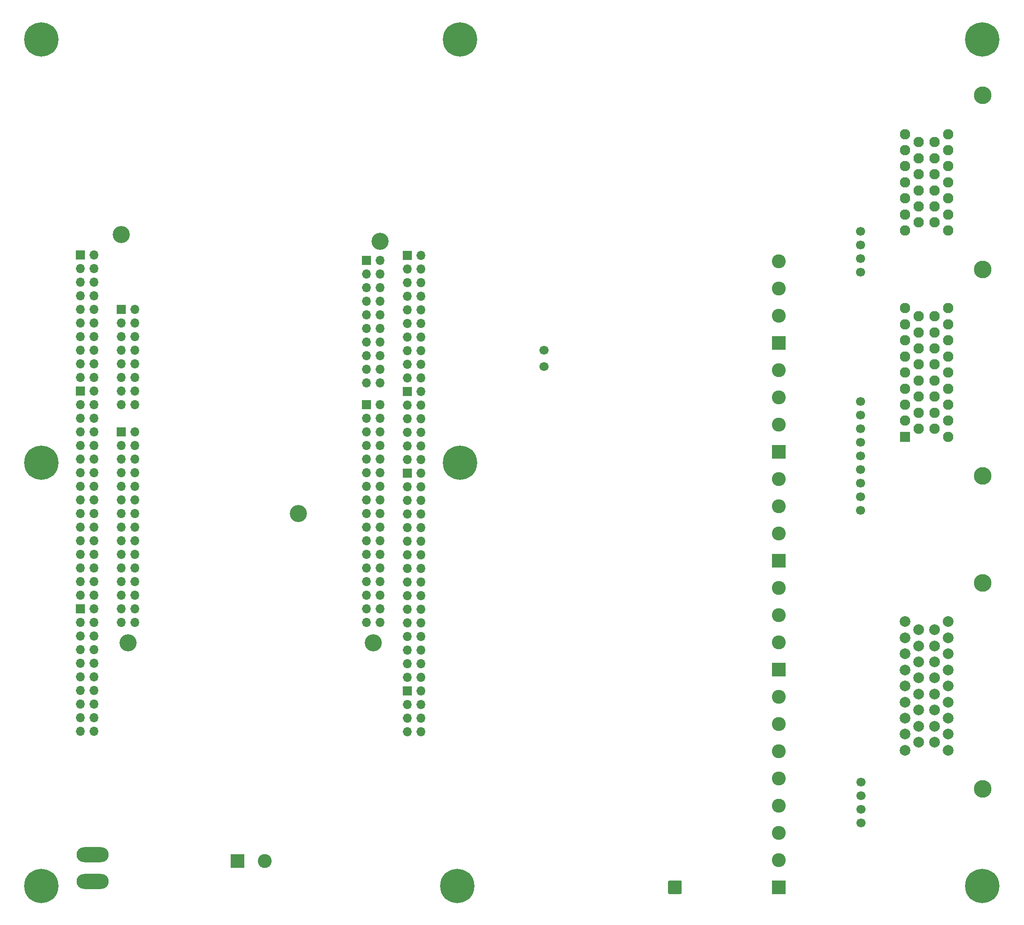
<source format=gbs>
G04 #@! TF.GenerationSoftware,KiCad,Pcbnew,8.0.6-8.0.6-0~ubuntu22.04.1*
G04 #@! TF.CreationDate,2024-11-12T16:27:22+00:00*
G04 #@! TF.ProjectId,digital_inputs,64696769-7461-46c5-9f69-6e707574732e,D*
G04 #@! TF.SameCoordinates,PX791ddc0PYca2dd00*
G04 #@! TF.FileFunction,Soldermask,Bot*
G04 #@! TF.FilePolarity,Negative*
%FSLAX46Y46*%
G04 Gerber Fmt 4.6, Leading zero omitted, Abs format (unit mm)*
G04 Created by KiCad (PCBNEW 8.0.6-8.0.6-0~ubuntu22.04.1) date 2024-11-12 16:27:22*
%MOMM*%
%LPD*%
G01*
G04 APERTURE LIST*
%ADD10C,0.800000*%
%ADD11C,6.400000*%
%ADD12C,3.300000*%
%ADD13R,1.950000X1.950000*%
%ADD14C,1.950000*%
%ADD15R,1.700000X1.700000*%
%ADD16O,1.700000X1.700000*%
%ADD17R,2.600000X2.600000*%
%ADD18C,2.600000*%
%ADD19C,1.700000*%
%ADD20C,3.200000*%
%ADD21O,6.000000X2.800000*%
%ADD22C,2.000000*%
G04 APERTURE END LIST*
D10*
G04 #@! TO.C,J12*
X78600000Y3500000D03*
X79302944Y5197056D03*
X79302944Y1802944D03*
X81000000Y5900000D03*
D11*
X81000000Y3500000D03*
D10*
X81000000Y1100000D03*
X82697056Y5197056D03*
X82697056Y1802944D03*
X83400000Y3500000D03*
G04 #@! TD*
D12*
G04 #@! TO.C,J19*
X179000000Y151050000D03*
X179000000Y118550000D03*
X179000000Y80050000D03*
D13*
X164500000Y87300000D03*
D14*
X164500000Y90300000D03*
X164500000Y93300000D03*
X164500000Y96300000D03*
X164500000Y99300000D03*
X164500000Y102300000D03*
X164500000Y105300000D03*
X164500000Y108300000D03*
X164500000Y111300000D03*
X167000000Y88800000D03*
X167000000Y91800000D03*
X167000000Y94800000D03*
X167000000Y97800000D03*
X167000000Y100800000D03*
X167000000Y103800000D03*
X167000000Y106800000D03*
X167000000Y109800000D03*
X170000000Y88800000D03*
X170000000Y91800000D03*
X170000000Y94800000D03*
X170000000Y97800000D03*
X170000000Y100800000D03*
X170000000Y103800000D03*
X170000000Y106800000D03*
X170000000Y109800000D03*
X172500000Y87300000D03*
X172500000Y90300000D03*
X172500000Y93300000D03*
X172500000Y96300000D03*
X172500000Y99300000D03*
X172500000Y102300000D03*
X172500000Y105300000D03*
X172500000Y108300000D03*
X172500000Y111300000D03*
X164500000Y125800000D03*
X164500000Y128800000D03*
X164500000Y131800000D03*
X164500000Y134800000D03*
X164500000Y137800000D03*
X164500000Y140800000D03*
X164500000Y143800000D03*
X167000000Y127300000D03*
X167000000Y130300000D03*
X167000000Y133300000D03*
X167000000Y136300000D03*
X167000000Y139300000D03*
X167000000Y142300000D03*
X170000000Y127300000D03*
X170000000Y130300000D03*
X170000000Y133300000D03*
X170000000Y136300000D03*
X170000000Y139300000D03*
X170000000Y142300000D03*
X172500000Y125800000D03*
X172500000Y128800000D03*
X172500000Y131800000D03*
X172500000Y134800000D03*
X172500000Y137800000D03*
X172500000Y140800000D03*
X172500000Y143800000D03*
G04 #@! TD*
D15*
G04 #@! TO.C,J23*
X64090000Y120184000D03*
D16*
X66630000Y120184000D03*
X64090000Y117644000D03*
X66630000Y117644000D03*
X64090000Y115104000D03*
X66630000Y115104000D03*
X64090000Y112564000D03*
X66630000Y112564000D03*
X64090000Y110024000D03*
X66630000Y110024000D03*
X64090000Y107484000D03*
X66630000Y107484000D03*
X64090000Y104944000D03*
X66630000Y104944000D03*
X64090000Y102404000D03*
X66630000Y102404000D03*
X64090000Y99864000D03*
X66630000Y99864000D03*
X64090000Y97324000D03*
X66630000Y97324000D03*
G04 #@! TD*
D17*
G04 #@! TO.C,J6*
X140925000Y64180000D03*
D18*
X140925000Y69260000D03*
X140925000Y74340000D03*
X140925000Y79420000D03*
G04 #@! TD*
D19*
G04 #@! TO.C,P19*
X97200000Y100400000D03*
G04 #@! TD*
D20*
G04 #@! TO.C,H2*
X66630000Y123740000D03*
G04 #@! TD*
D21*
G04 #@! TO.C,CB1*
X13000000Y4300000D03*
X13000000Y9300000D03*
G04 #@! TD*
D17*
G04 #@! TO.C,J5*
X40005000Y8165000D03*
D18*
X45085000Y8165000D03*
G04 #@! TD*
D19*
G04 #@! TO.C,P12*
X156210000Y125640000D03*
G04 #@! TD*
G04 #@! TO.C,P18*
X97200000Y103500000D03*
G04 #@! TD*
G04 #@! TO.C,P2*
X156210000Y91350000D03*
G04 #@! TD*
D15*
G04 #@! TO.C,J22*
X18370000Y88180000D03*
D16*
X20910000Y88180000D03*
X18370000Y85640000D03*
X20910000Y85640000D03*
X18370000Y83100000D03*
X20910000Y83100000D03*
X18370000Y80560000D03*
X20910000Y80560000D03*
X18370000Y78020000D03*
X20910000Y78020000D03*
X18370000Y75480000D03*
X20910000Y75480000D03*
X18370000Y72940000D03*
X20910000Y72940000D03*
X18370000Y70400000D03*
X20910000Y70400000D03*
X18370000Y67860000D03*
X20910000Y67860000D03*
X18370000Y65320000D03*
X20910000Y65320000D03*
X18370000Y62780000D03*
X20910000Y62780000D03*
X18370000Y60240000D03*
X20910000Y60240000D03*
X18370000Y57700000D03*
X20910000Y57700000D03*
X18370000Y55160000D03*
X20910000Y55160000D03*
X18370000Y52620000D03*
X20910000Y52620000D03*
G04 #@! TD*
D19*
G04 #@! TO.C,P8*
X156210000Y81190000D03*
G04 #@! TD*
G04 #@! TO.C,P10*
X156210000Y76110000D03*
G04 #@! TD*
D15*
G04 #@! TO.C,J27*
X71710000Y80540000D03*
D16*
X74250000Y80540000D03*
X71710000Y78000000D03*
X74250000Y78000000D03*
X71710000Y75460000D03*
X74250000Y75460000D03*
X71710000Y72920000D03*
X74250000Y72920000D03*
X71710000Y70380000D03*
X74250000Y70380000D03*
X71710000Y67840000D03*
X74250000Y67840000D03*
X71710000Y65300000D03*
X74250000Y65300000D03*
X71710000Y62760000D03*
X74250000Y62760000D03*
X71710000Y60220000D03*
X74250000Y60220000D03*
X71710000Y57680000D03*
X74250000Y57680000D03*
X71710000Y55140000D03*
X74250000Y55140000D03*
X71710000Y52600000D03*
X74250000Y52600000D03*
X71710000Y50060000D03*
X74250000Y50060000D03*
X71710000Y47520000D03*
X74250000Y47520000D03*
X71710000Y44980000D03*
X74250000Y44980000D03*
X71710000Y42440000D03*
X74250000Y42440000D03*
G04 #@! TD*
D20*
G04 #@! TO.C,H5*
X65360000Y48810000D03*
G04 #@! TD*
D10*
G04 #@! TO.C,J10*
X79100000Y82500000D03*
X79802944Y84197056D03*
X79802944Y80802944D03*
X81500000Y84900000D03*
D11*
X81500000Y82500000D03*
D10*
X81500000Y80100000D03*
X83197056Y84197056D03*
X83197056Y80802944D03*
X83900000Y82500000D03*
G04 #@! TD*
D15*
G04 #@! TO.C,J21*
X18370000Y111040000D03*
D16*
X20910000Y111040000D03*
X18370000Y108500000D03*
X20910000Y108500000D03*
X18370000Y105960000D03*
X20910000Y105960000D03*
X18370000Y103420000D03*
X20910000Y103420000D03*
X18370000Y100880000D03*
X20910000Y100880000D03*
X18370000Y98340000D03*
X20910000Y98340000D03*
X18370000Y95800000D03*
X20910000Y95800000D03*
X18370000Y93260000D03*
X20910000Y93260000D03*
G04 #@! TD*
D17*
G04 #@! TO.C,J7*
X140925000Y84500000D03*
D18*
X140925000Y89580000D03*
X140925000Y94660000D03*
X140925000Y99740000D03*
G04 #@! TD*
D17*
G04 #@! TO.C,J8*
X140925000Y104820000D03*
D18*
X140925000Y109900000D03*
X140925000Y114980000D03*
X140925000Y120060000D03*
G04 #@! TD*
D17*
G04 #@! TO.C,J3*
X140925000Y3220000D03*
D18*
X140925000Y8300000D03*
X140925000Y13380000D03*
X140925000Y18460000D03*
X140925000Y23540000D03*
X140925000Y28620000D03*
X140925000Y33700000D03*
X140925000Y38780000D03*
G04 #@! TD*
D10*
G04 #@! TO.C,J16*
X176514214Y3500000D03*
X177217158Y5197056D03*
X177217158Y1802944D03*
X178914214Y5900000D03*
D11*
X178914214Y3500000D03*
D10*
X178914214Y1100000D03*
X180611270Y5197056D03*
X180611270Y1802944D03*
X181314214Y3500000D03*
G04 #@! TD*
D19*
G04 #@! TO.C,P13*
X156210000Y120560000D03*
G04 #@! TD*
G04 #@! TO.C,P11*
X156210000Y73570000D03*
G04 #@! TD*
D10*
G04 #@! TO.C,J11*
X176514214Y161500000D03*
X177217158Y163197056D03*
X177217158Y159802944D03*
X178914214Y163900000D03*
D11*
X178914214Y161500000D03*
D10*
X178914214Y159100000D03*
X180611270Y163197056D03*
X180611270Y159802944D03*
X181314214Y161500000D03*
G04 #@! TD*
D19*
G04 #@! TO.C,P9*
X156210000Y78650000D03*
G04 #@! TD*
D15*
G04 #@! TO.C,J29*
X10750000Y55160000D03*
D16*
X13290000Y55160000D03*
X10750000Y52620000D03*
X13290000Y52620000D03*
X10750000Y50080000D03*
X13290000Y50080000D03*
X10750000Y47540000D03*
X13290000Y47540000D03*
X10750000Y45000000D03*
X13290000Y45000000D03*
X10750000Y42460000D03*
X13290000Y42460000D03*
X10750000Y39920000D03*
X13290000Y39920000D03*
X10750000Y37380000D03*
X13290000Y37380000D03*
X10750000Y34840000D03*
X13290000Y34840000D03*
X10750000Y32300000D03*
X13290000Y32300000D03*
G04 #@! TD*
D19*
G04 #@! TO.C,P1*
X156210000Y88810000D03*
G04 #@! TD*
G04 #@! TO.C,P15*
X156250000Y20320000D03*
G04 #@! TD*
D10*
G04 #@! TO.C,J13*
X1100000Y161500000D03*
X1802944Y163197056D03*
X1802944Y159802944D03*
X3500000Y163900000D03*
D11*
X3500000Y161500000D03*
D10*
X3500000Y159100000D03*
X5197056Y163197056D03*
X5197056Y159802944D03*
X5900000Y161500000D03*
G04 #@! TD*
D19*
G04 #@! TO.C,P3*
X156210000Y93890000D03*
G04 #@! TD*
G04 #@! TO.C,P16*
X156250000Y17780000D03*
G04 #@! TD*
D10*
G04 #@! TO.C,J14*
X79100000Y161500000D03*
X79802944Y163197056D03*
X79802944Y159802944D03*
X81500000Y163900000D03*
D11*
X81500000Y161500000D03*
D10*
X81500000Y159100000D03*
X83197056Y163197056D03*
X83197056Y159802944D03*
X83900000Y161500000D03*
G04 #@! TD*
D15*
G04 #@! TO.C,J25*
X71710000Y121180000D03*
D16*
X74250000Y121180000D03*
X71710000Y118640000D03*
X74250000Y118640000D03*
X71710000Y116100000D03*
X74250000Y116100000D03*
X71710000Y113560000D03*
X74250000Y113560000D03*
X71710000Y111020000D03*
X74250000Y111020000D03*
X71710000Y108480000D03*
X74250000Y108480000D03*
X71710000Y105940000D03*
X74250000Y105940000D03*
X71710000Y103400000D03*
X74250000Y103400000D03*
X71710000Y100860000D03*
X74250000Y100860000D03*
X71710000Y98320000D03*
X74250000Y98320000D03*
G04 #@! TD*
D20*
G04 #@! TO.C,H3*
X51390000Y72940000D03*
G04 #@! TD*
D15*
G04 #@! TO.C,J30*
X10750000Y95800000D03*
D16*
X13290000Y95800000D03*
X10750000Y93260000D03*
X13290000Y93260000D03*
X10750000Y90720000D03*
X13290000Y90720000D03*
X10750000Y88180000D03*
X13290000Y88180000D03*
X10750000Y85640000D03*
X13290000Y85640000D03*
X10750000Y83100000D03*
X13290000Y83100000D03*
X10750000Y80560000D03*
X13290000Y80560000D03*
X10750000Y78020000D03*
X13290000Y78020000D03*
X10750000Y75480000D03*
X13290000Y75480000D03*
X10750000Y72940000D03*
X13290000Y72940000D03*
X10750000Y70400000D03*
X13290000Y70400000D03*
X10750000Y67860000D03*
X13290000Y67860000D03*
X10750000Y65320000D03*
X13290000Y65320000D03*
X10750000Y62780000D03*
X13290000Y62780000D03*
X10750000Y60240000D03*
X13290000Y60240000D03*
X10750000Y57700000D03*
X13290000Y57700000D03*
G04 #@! TD*
D19*
G04 #@! TO.C,P17*
X156250000Y15240000D03*
G04 #@! TD*
G04 #@! TO.C,J4*
G36*
G01*
X120305000Y2194999D02*
X120305000Y4245001D01*
G75*
G02*
X120554999Y4495000I249999J0D01*
G01*
X122605001Y4495000D01*
G75*
G02*
X122855000Y4245001I0J-249999D01*
G01*
X122855000Y2194999D01*
G75*
G02*
X122605001Y1945000I-249999J0D01*
G01*
X120554999Y1945000D01*
G75*
G02*
X120305000Y2194999I0J249999D01*
G01*
G37*
G04 #@! TD*
D15*
G04 #@! TO.C,J20*
X10750000Y121200000D03*
D16*
X13290000Y121200000D03*
X10750000Y118660000D03*
X13290000Y118660000D03*
X10750000Y116120000D03*
X13290000Y116120000D03*
X10750000Y113580000D03*
X13290000Y113580000D03*
X10750000Y111040000D03*
X13290000Y111040000D03*
X10750000Y108500000D03*
X13290000Y108500000D03*
X10750000Y105960000D03*
X13290000Y105960000D03*
X10750000Y103420000D03*
X13290000Y103420000D03*
X10750000Y100880000D03*
X13290000Y100880000D03*
X10750000Y98340000D03*
X13290000Y98340000D03*
G04 #@! TD*
D15*
G04 #@! TO.C,J28*
X71710000Y39900000D03*
D16*
X74250000Y39900000D03*
X71710000Y37360000D03*
X74250000Y37360000D03*
X71710000Y34820000D03*
X74250000Y34820000D03*
X71710000Y32280000D03*
X74250000Y32280000D03*
G04 #@! TD*
D15*
G04 #@! TO.C,J24*
X64090000Y93260000D03*
D16*
X66630000Y93260000D03*
X64090000Y90720000D03*
X66630000Y90720000D03*
X64090000Y88180000D03*
X66630000Y88180000D03*
X64090000Y85640000D03*
X66630000Y85640000D03*
X64090000Y83100000D03*
X66630000Y83100000D03*
X64090000Y80560000D03*
X66630000Y80560000D03*
X64090000Y78020000D03*
X66630000Y78020000D03*
X64090000Y75480000D03*
X66630000Y75480000D03*
X64090000Y72940000D03*
X66630000Y72940000D03*
X64090000Y70400000D03*
X66630000Y70400000D03*
X64090000Y67860000D03*
X66630000Y67860000D03*
X64090000Y65320000D03*
X66630000Y65320000D03*
X64090000Y62780000D03*
X66630000Y62780000D03*
X64090000Y60240000D03*
X66630000Y60240000D03*
X64090000Y57700000D03*
X66630000Y57700000D03*
X64090000Y55160000D03*
X66630000Y55160000D03*
X64090000Y52620000D03*
X66630000Y52620000D03*
G04 #@! TD*
D19*
G04 #@! TO.C,P6*
X156210000Y86270000D03*
G04 #@! TD*
D20*
G04 #@! TO.C,H4*
X19640000Y48810000D03*
G04 #@! TD*
D19*
G04 #@! TO.C,P14*
X156250000Y22860000D03*
G04 #@! TD*
D10*
G04 #@! TO.C,J17*
X1100000Y3500000D03*
X1802944Y5197056D03*
X1802944Y1802944D03*
X3500000Y5900000D03*
D11*
X3500000Y3500000D03*
D10*
X3500000Y1100000D03*
X5197056Y5197056D03*
X5197056Y1802944D03*
X5900000Y3500000D03*
G04 #@! TD*
D15*
G04 #@! TO.C,J26*
X71710000Y95780000D03*
D16*
X74250000Y95780000D03*
X71710000Y93240000D03*
X74250000Y93240000D03*
X71710000Y90700000D03*
X74250000Y90700000D03*
X71710000Y88160000D03*
X74250000Y88160000D03*
X71710000Y85620000D03*
X74250000Y85620000D03*
X71710000Y83080000D03*
X74250000Y83080000D03*
G04 #@! TD*
D19*
G04 #@! TO.C,P4*
X156210000Y123100000D03*
G04 #@! TD*
D10*
G04 #@! TO.C,J15*
X1100000Y82500000D03*
X1802944Y84197056D03*
X1802944Y80802944D03*
X3500000Y84900000D03*
D11*
X3500000Y82500000D03*
D10*
X3500000Y80100000D03*
X5197056Y84197056D03*
X5197056Y80802944D03*
X5900000Y82500000D03*
G04 #@! TD*
D19*
G04 #@! TO.C,P5*
X156210000Y118020000D03*
G04 #@! TD*
D12*
G04 #@! TO.C,J1*
X179000000Y21550000D03*
X179000000Y60050000D03*
D22*
X164500000Y28800000D03*
X164500000Y31800000D03*
X164500000Y34800000D03*
X164500000Y37800000D03*
X164500000Y40800000D03*
X164500000Y43800000D03*
X164500000Y46800000D03*
X164500000Y49800000D03*
X164500000Y52800000D03*
X167000000Y30300000D03*
X167000000Y33300000D03*
X167000000Y36300000D03*
X167000000Y39300000D03*
X167000000Y42300000D03*
X167000000Y45300000D03*
X167000000Y48300000D03*
X167000000Y51300000D03*
X170000000Y30300000D03*
X170000000Y33300000D03*
X170000000Y36300000D03*
X170000000Y39300000D03*
X170000000Y42300000D03*
X170000000Y45300000D03*
X170000000Y48300000D03*
X170000000Y51300000D03*
X172500000Y28800000D03*
X172500000Y31800000D03*
X172500000Y34800000D03*
X172500000Y37800000D03*
X172500000Y40800000D03*
X172500000Y43800000D03*
X172500000Y46800000D03*
X172500000Y49800000D03*
X172500000Y52800000D03*
G04 #@! TD*
D19*
G04 #@! TO.C,P7*
X156210000Y83730000D03*
G04 #@! TD*
D17*
G04 #@! TO.C,J9*
X140925000Y43860000D03*
D18*
X140925000Y48940000D03*
X140925000Y54020000D03*
X140925000Y59100000D03*
G04 #@! TD*
D20*
G04 #@! TO.C,H1*
X18370000Y125010000D03*
G04 #@! TD*
M02*

</source>
